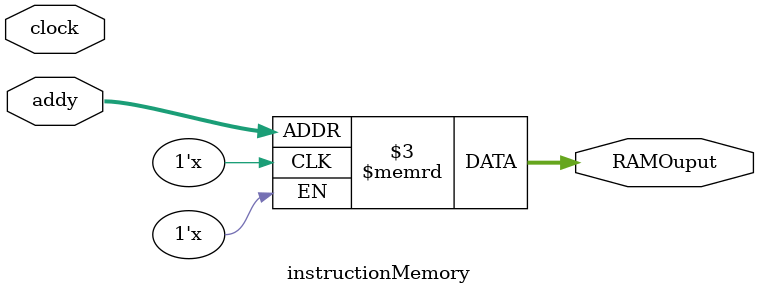
<source format=v>
module instructionMemory (addy, clock, RAMOuput);
  input [9:0] addy;
  input clock;

  output [31:0] RAMOuput;

  integer firstClock = 0;

  reg [31:0] instructionRAM [1023:0];

  always @ (posedge clock) begin
    if (firstClock == 0) begin
      // Algoritmmo a ser executado pelo processador
      firstClock <= 0;
    end
  end

  assign RAMOuput = (instructionRAM[addy]);

endmodule // Memória de instrução

</source>
